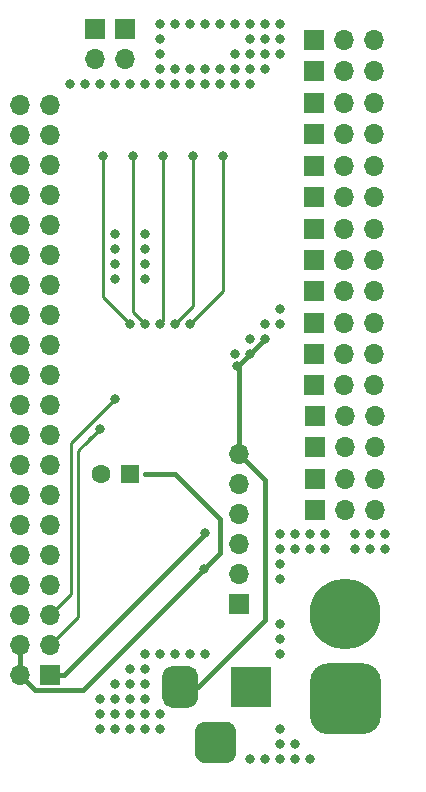
<source format=gbl>
%TF.GenerationSoftware,KiCad,Pcbnew,(5.1.6)-1*%
%TF.CreationDate,2020-06-14T06:25:32-07:00*%
%TF.ProjectId,pcb,7063622e-6b69-4636-9164-5f7063625858,rev?*%
%TF.SameCoordinates,Original*%
%TF.FileFunction,Copper,L2,Bot*%
%TF.FilePolarity,Positive*%
%FSLAX46Y46*%
G04 Gerber Fmt 4.6, Leading zero omitted, Abs format (unit mm)*
G04 Created by KiCad (PCBNEW (5.1.6)-1) date 2020-06-14 06:25:32*
%MOMM*%
%LPD*%
G01*
G04 APERTURE LIST*
%TA.AperFunction,ComponentPad*%
%ADD10R,1.700000X1.700000*%
%TD*%
%TA.AperFunction,ComponentPad*%
%ADD11O,1.700000X1.700000*%
%TD*%
%TA.AperFunction,ComponentPad*%
%ADD12R,3.500000X3.500000*%
%TD*%
%TA.AperFunction,ComponentPad*%
%ADD13R,1.600000X1.600000*%
%TD*%
%TA.AperFunction,ComponentPad*%
%ADD14C,1.600000*%
%TD*%
%TA.AperFunction,ComponentPad*%
%ADD15C,6.000000*%
%TD*%
%TA.AperFunction,ViaPad*%
%ADD16C,0.800000*%
%TD*%
%TA.AperFunction,Conductor*%
%ADD17C,0.400000*%
%TD*%
%TA.AperFunction,Conductor*%
%ADD18C,0.250000*%
%TD*%
G04 APERTURE END LIST*
D10*
%TO.P,pi1,1*%
%TO.N,+3V3*%
X105000000Y-125000000D03*
D11*
%TO.P,pi1,2*%
%TO.N,+5V*%
X102460000Y-125000000D03*
%TO.P,pi1,3*%
%TO.N,/SDA*%
X105000000Y-122460000D03*
%TO.P,pi1,4*%
%TO.N,+5V*%
X102460000Y-122460000D03*
%TO.P,pi1,5*%
%TO.N,/SCL*%
X105000000Y-119920000D03*
%TO.P,pi1,6*%
%TO.N,GND*%
X102460000Y-119920000D03*
%TO.P,pi1,7*%
%TO.N,Net-(pi1-Pad7)*%
X105000000Y-117380000D03*
%TO.P,pi1,8*%
%TO.N,Net-(pi1-Pad8)*%
X102460000Y-117380000D03*
%TO.P,pi1,9*%
%TO.N,GND*%
X105000000Y-114840000D03*
%TO.P,pi1,10*%
%TO.N,Net-(pi1-Pad10)*%
X102460000Y-114840000D03*
%TO.P,pi1,11*%
%TO.N,Net-(pi1-Pad11)*%
X105000000Y-112300000D03*
%TO.P,pi1,12*%
%TO.N,Net-(pi1-Pad12)*%
X102460000Y-112300000D03*
%TO.P,pi1,13*%
%TO.N,Net-(pi1-Pad13)*%
X105000000Y-109760000D03*
%TO.P,pi1,14*%
%TO.N,GND*%
X102460000Y-109760000D03*
%TO.P,pi1,15*%
%TO.N,Net-(pi1-Pad15)*%
X105000000Y-107220000D03*
%TO.P,pi1,16*%
%TO.N,Net-(pi1-Pad16)*%
X102460000Y-107220000D03*
%TO.P,pi1,17*%
%TO.N,+3V3*%
X105000000Y-104680000D03*
%TO.P,pi1,18*%
%TO.N,Net-(pi1-Pad18)*%
X102460000Y-104680000D03*
%TO.P,pi1,19*%
%TO.N,Net-(pi1-Pad19)*%
X105000000Y-102140000D03*
%TO.P,pi1,20*%
%TO.N,GND*%
X102460000Y-102140000D03*
%TO.P,pi1,21*%
%TO.N,Net-(pi1-Pad21)*%
X105000000Y-99600000D03*
%TO.P,pi1,22*%
%TO.N,Net-(pi1-Pad22)*%
X102460000Y-99600000D03*
%TO.P,pi1,23*%
%TO.N,Net-(pi1-Pad23)*%
X105000000Y-97060000D03*
%TO.P,pi1,24*%
%TO.N,Net-(pi1-Pad24)*%
X102460000Y-97060000D03*
%TO.P,pi1,25*%
%TO.N,GND*%
X105000000Y-94520000D03*
%TO.P,pi1,26*%
%TO.N,Net-(pi1-Pad26)*%
X102460000Y-94520000D03*
%TO.P,pi1,27*%
%TO.N,Net-(pi1-Pad27)*%
X105000000Y-91980000D03*
%TO.P,pi1,28*%
%TO.N,Net-(pi1-Pad28)*%
X102460000Y-91980000D03*
%TO.P,pi1,29*%
%TO.N,Net-(pi1-Pad29)*%
X105000000Y-89440000D03*
%TO.P,pi1,30*%
%TO.N,GND*%
X102460000Y-89440000D03*
%TO.P,pi1,31*%
%TO.N,Net-(pi1-Pad31)*%
X105000000Y-86900000D03*
%TO.P,pi1,32*%
%TO.N,Net-(pi1-Pad32)*%
X102460000Y-86900000D03*
%TO.P,pi1,33*%
%TO.N,Net-(pi1-Pad33)*%
X105000000Y-84360000D03*
%TO.P,pi1,34*%
%TO.N,GND*%
X102460000Y-84360000D03*
%TO.P,pi1,35*%
%TO.N,Net-(pi1-Pad35)*%
X105000000Y-81820000D03*
%TO.P,pi1,36*%
%TO.N,Net-(pi1-Pad36)*%
X102460000Y-81820000D03*
%TO.P,pi1,37*%
%TO.N,Net-(pi1-Pad37)*%
X105000000Y-79280000D03*
%TO.P,pi1,38*%
%TO.N,Net-(pi1-Pad38)*%
X102460000Y-79280000D03*
%TO.P,pi1,39*%
%TO.N,GND*%
X105000000Y-76740000D03*
%TO.P,pi1,40*%
%TO.N,Net-(pi1-Pad40)*%
X102460000Y-76740000D03*
%TD*%
D10*
%TO.P,J3,1*%
%TO.N,/S3*%
X127381000Y-103075740D03*
D11*
%TO.P,J3,2*%
%TO.N,VDD*%
X129921000Y-103075740D03*
%TO.P,J3,3*%
%TO.N,GND*%
X132461000Y-103075740D03*
%TD*%
D10*
%TO.P,J0,1*%
%TO.N,/S0*%
X127393700Y-111028480D03*
D11*
%TO.P,J0,2*%
%TO.N,VDD*%
X129933700Y-111028480D03*
%TO.P,J0,3*%
%TO.N,GND*%
X132473700Y-111028480D03*
%TD*%
D10*
%TO.P,J15,1*%
%TO.N,/S15*%
X127345440Y-71198740D03*
D11*
%TO.P,J15,2*%
%TO.N,VDD*%
X129885440Y-71198740D03*
%TO.P,J15,3*%
%TO.N,GND*%
X132425440Y-71198740D03*
%TD*%
D10*
%TO.P,J14,1*%
%TO.N,/S14*%
X127345440Y-73873360D03*
D11*
%TO.P,J14,2*%
%TO.N,VDD*%
X129885440Y-73873360D03*
%TO.P,J14,3*%
%TO.N,GND*%
X132425440Y-73873360D03*
%TD*%
D10*
%TO.P,J13,1*%
%TO.N,/S13*%
X127345440Y-76540360D03*
D11*
%TO.P,J13,2*%
%TO.N,VDD*%
X129885440Y-76540360D03*
%TO.P,J13,3*%
%TO.N,GND*%
X132425440Y-76540360D03*
%TD*%
D10*
%TO.P,J12,1*%
%TO.N,/S12*%
X127345440Y-79220060D03*
D11*
%TO.P,J12,2*%
%TO.N,VDD*%
X129885440Y-79220060D03*
%TO.P,J12,3*%
%TO.N,GND*%
X132425440Y-79220060D03*
%TD*%
%TO.P,J17,3*%
%TO.N,N/C*%
%TA.AperFunction,ComponentPad*%
G36*
G01*
X117250000Y-131575000D02*
X117250000Y-129825000D01*
G75*
G02*
X118125000Y-128950000I875000J0D01*
G01*
X119875000Y-128950000D01*
G75*
G02*
X120750000Y-129825000I0J-875000D01*
G01*
X120750000Y-131575000D01*
G75*
G02*
X119875000Y-132450000I-875000J0D01*
G01*
X118125000Y-132450000D01*
G75*
G02*
X117250000Y-131575000I0J875000D01*
G01*
G37*
%TD.AperFunction*%
%TO.P,J17,2*%
%TO.N,GND*%
%TA.AperFunction,ComponentPad*%
G36*
G01*
X114500000Y-127000000D02*
X114500000Y-125000000D01*
G75*
G02*
X115250000Y-124250000I750000J0D01*
G01*
X116750000Y-124250000D01*
G75*
G02*
X117500000Y-125000000I0J-750000D01*
G01*
X117500000Y-127000000D01*
G75*
G02*
X116750000Y-127750000I-750000J0D01*
G01*
X115250000Y-127750000D01*
G75*
G02*
X114500000Y-127000000I0J750000D01*
G01*
G37*
%TD.AperFunction*%
D12*
%TO.P,J17,1*%
%TO.N,VDD*%
X122000000Y-126000000D03*
%TD*%
D13*
%TO.P,C1,1*%
%TO.N,+5V*%
X111760000Y-107950000D03*
D14*
%TO.P,C1,2*%
%TO.N,GND*%
X109260000Y-107950000D03*
%TD*%
D11*
%TO.P,J1,3*%
%TO.N,GND*%
X132473700Y-108381800D03*
%TO.P,J1,2*%
%TO.N,VDD*%
X129933700Y-108381800D03*
D10*
%TO.P,J1,1*%
%TO.N,/S1*%
X127393700Y-108381800D03*
%TD*%
D11*
%TO.P,J2,3*%
%TO.N,GND*%
X132461000Y-105722420D03*
%TO.P,J2,2*%
%TO.N,VDD*%
X129921000Y-105722420D03*
D10*
%TO.P,J2,1*%
%TO.N,/S2*%
X127381000Y-105722420D03*
%TD*%
%TO.P,J4,1*%
%TO.N,/S4*%
X127370840Y-100451920D03*
D11*
%TO.P,J4,2*%
%TO.N,VDD*%
X129910840Y-100451920D03*
%TO.P,J4,3*%
%TO.N,GND*%
X132450840Y-100451920D03*
%TD*%
%TO.P,J5,3*%
%TO.N,GND*%
X132450840Y-97792540D03*
%TO.P,J5,2*%
%TO.N,VDD*%
X129910840Y-97792540D03*
D10*
%TO.P,J5,1*%
%TO.N,/S5*%
X127370840Y-97792540D03*
%TD*%
D11*
%TO.P,J6,3*%
%TO.N,GND*%
X132450840Y-95148400D03*
%TO.P,J6,2*%
%TO.N,VDD*%
X129910840Y-95148400D03*
D10*
%TO.P,J6,1*%
%TO.N,/S6*%
X127370840Y-95148400D03*
%TD*%
D11*
%TO.P,J7,3*%
%TO.N,GND*%
X132440680Y-92489020D03*
%TO.P,J7,2*%
%TO.N,VDD*%
X129900680Y-92489020D03*
D10*
%TO.P,J7,1*%
%TO.N,/S7*%
X127360680Y-92489020D03*
%TD*%
%TO.P,J8,1*%
%TO.N,/S8*%
X127360680Y-89842340D03*
D11*
%TO.P,J8,2*%
%TO.N,VDD*%
X129900680Y-89842340D03*
%TO.P,J8,3*%
%TO.N,GND*%
X132440680Y-89842340D03*
%TD*%
D10*
%TO.P,J9,1*%
%TO.N,/S9*%
X127360680Y-87195660D03*
D11*
%TO.P,J9,2*%
%TO.N,VDD*%
X129900680Y-87195660D03*
%TO.P,J9,3*%
%TO.N,GND*%
X132440680Y-87195660D03*
%TD*%
D10*
%TO.P,J10,1*%
%TO.N,/S10*%
X127370840Y-84548980D03*
D11*
%TO.P,J10,2*%
%TO.N,VDD*%
X129910840Y-84548980D03*
%TO.P,J10,3*%
%TO.N,GND*%
X132450840Y-84548980D03*
%TD*%
%TO.P,J11,3*%
%TO.N,GND*%
X132427980Y-81904840D03*
%TO.P,J11,2*%
%TO.N,VDD*%
X129887980Y-81904840D03*
D10*
%TO.P,J11,1*%
%TO.N,/S11*%
X127347980Y-81904840D03*
%TD*%
D15*
%TO.P,J20,2*%
%TO.N,VDD*%
X130000000Y-119800000D03*
%TO.P,J20,1*%
%TO.N,GND*%
%TA.AperFunction,ComponentPad*%
G36*
G01*
X131500000Y-130000000D02*
X128500000Y-130000000D01*
G75*
G02*
X127000000Y-128500000I0J1500000D01*
G01*
X127000000Y-125500000D01*
G75*
G02*
X128500000Y-124000000I1500000J0D01*
G01*
X131500000Y-124000000D01*
G75*
G02*
X133000000Y-125500000I0J-1500000D01*
G01*
X133000000Y-128500000D01*
G75*
G02*
X131500000Y-130000000I-1500000J0D01*
G01*
G37*
%TD.AperFunction*%
%TD*%
D10*
%TO.P,J16,1*%
%TO.N,VDD*%
X121000000Y-119000000D03*
D11*
%TO.P,J16,2*%
%TO.N,+5V*%
X121000000Y-116460000D03*
%TO.P,J16,3*%
%TO.N,+3V3*%
X121000000Y-113920000D03*
%TO.P,J16,4*%
%TO.N,/SDA*%
X121000000Y-111380000D03*
%TO.P,J16,5*%
%TO.N,/SCL*%
X121000000Y-108840000D03*
%TO.P,J16,6*%
%TO.N,GND*%
X121000000Y-106300000D03*
%TD*%
D10*
%TO.P,J_POE0,1*%
%TO.N,Net-(J_POE0-Pad1)*%
X111300000Y-70310000D03*
D11*
%TO.P,J_POE0,2*%
%TO.N,Net-(J_POE0-Pad2)*%
X111300000Y-72850000D03*
%TD*%
%TO.P,J_POE2,2*%
%TO.N,Net-(J_POE2-Pad2)*%
X108760000Y-72850000D03*
D10*
%TO.P,J_POE2,1*%
%TO.N,Net-(J_POE2-Pad1)*%
X108760000Y-70310000D03*
%TD*%
D16*
%TO.N,*%
X114300000Y-128270000D03*
X130810000Y-113030000D03*
X130810000Y-114300000D03*
%TO.N,GND*%
X123190000Y-96520000D03*
X114300000Y-69850000D03*
X116840000Y-69850000D03*
X119380000Y-69850000D03*
X121920000Y-69850000D03*
X124460000Y-69850000D03*
X124460000Y-71120000D03*
X121920000Y-71120000D03*
X114300000Y-71120000D03*
X114300000Y-72390000D03*
X114300000Y-73660000D03*
X114300000Y-74930000D03*
X116840000Y-73660000D03*
X116840000Y-74930000D03*
X119380000Y-73660000D03*
X119380000Y-74930000D03*
X121920000Y-72390000D03*
X121920000Y-73660000D03*
X121920000Y-74930000D03*
X113030000Y-74930000D03*
X111760000Y-74930000D03*
X110490000Y-74930000D03*
X109220000Y-74930000D03*
X107950000Y-74930000D03*
X106680000Y-74930000D03*
X115570000Y-74930000D03*
X118110000Y-74930000D03*
X120650000Y-74930000D03*
X120650000Y-73660000D03*
X120650000Y-72390000D03*
X120650000Y-69850000D03*
X118110000Y-69850000D03*
X118110000Y-73660000D03*
X115570000Y-69850000D03*
X115570000Y-73660000D03*
X123190000Y-69850000D03*
X123190000Y-71120000D03*
X123190000Y-72390000D03*
X123190000Y-73660000D03*
X124460000Y-72390000D03*
X110490000Y-87630000D03*
X110490000Y-88900000D03*
X110490000Y-90170000D03*
X110490000Y-91440000D03*
X113030000Y-87630000D03*
X113030000Y-88900000D03*
X113030000Y-90170000D03*
X113030000Y-91440000D03*
X118110000Y-123190000D03*
X116840000Y-123190000D03*
X115570000Y-123190000D03*
X114300000Y-123190000D03*
X113030000Y-123190000D03*
X113030000Y-124460000D03*
X111760000Y-124460000D03*
X110490000Y-125730000D03*
X109220000Y-127000000D03*
X109220000Y-128270000D03*
X109220000Y-129540000D03*
X110490000Y-129540000D03*
X110490000Y-128270000D03*
X110490000Y-127000000D03*
X111760000Y-125730000D03*
X111760000Y-127000000D03*
X111760000Y-128270000D03*
X111760000Y-129540000D03*
X113030000Y-129540000D03*
X113030000Y-128270000D03*
X113030000Y-127000000D03*
X113030000Y-125730000D03*
X114300000Y-129540000D03*
X124460000Y-113030000D03*
X125730000Y-113030000D03*
X127000000Y-113030000D03*
X128270000Y-113030000D03*
X132080000Y-113030000D03*
X133350000Y-113030000D03*
X133350000Y-114300000D03*
X132080000Y-114300000D03*
X128270000Y-114300000D03*
X127000000Y-114300000D03*
X125730000Y-114300000D03*
X124460000Y-114300000D03*
X124460000Y-115570000D03*
X124460000Y-116840000D03*
X124460000Y-120650000D03*
X124460000Y-121920000D03*
X124460000Y-123190000D03*
X124460000Y-129540000D03*
X124460000Y-130810000D03*
X123190000Y-132080000D03*
X124460000Y-132080000D03*
X125730000Y-132080000D03*
X127000000Y-132080000D03*
X125730000Y-130810000D03*
X121920000Y-132080000D03*
X124460000Y-95250000D03*
X124460000Y-93980000D03*
X123190000Y-95250000D03*
X121920000Y-96520000D03*
X121920000Y-97790000D03*
X120650000Y-97790000D03*
X120847500Y-98862500D03*
%TO.N,+5V*%
X118000000Y-116000000D03*
%TO.N,/SCL*%
X110490000Y-101600000D03*
%TO.N,/SDA*%
X109220000Y-104140000D03*
%TO.N,+3V3*%
X118080000Y-113000000D03*
%TO.N,/A0*%
X109490000Y-81010000D03*
X111760000Y-95250000D03*
%TO.N,/A1*%
X112030000Y-81010000D03*
X113030000Y-95250000D03*
%TO.N,/A2*%
X114570000Y-81010000D03*
X114300000Y-95250000D03*
%TO.N,/A3*%
X117110000Y-81010000D03*
X115570000Y-95250000D03*
%TO.N,/A4*%
X119650000Y-81010000D03*
X116840000Y-95250000D03*
%TD*%
D17*
%TO.N,GND*%
X116420002Y-126000000D02*
X116000000Y-126000000D01*
X120847500Y-106147500D02*
X121000000Y-106300000D01*
X121000000Y-106300000D02*
X123190000Y-108490000D01*
X117500000Y-126000000D02*
X116000000Y-126000000D01*
X123190000Y-120310000D02*
X117500000Y-126000000D01*
X123190000Y-108490000D02*
X123190000Y-120310000D01*
X121000000Y-106300000D02*
X121000000Y-98710000D01*
X121000000Y-98710000D02*
X123190000Y-96520000D01*
%TO.N,+5V*%
X102460000Y-122460000D02*
X102460000Y-125000000D01*
X107749999Y-126250001D02*
X118000000Y-116000000D01*
X103710001Y-126250001D02*
X107749999Y-126250001D01*
X102460000Y-125000000D02*
X103710001Y-126250001D01*
X119380000Y-111760000D02*
X115570000Y-107950000D01*
X118000000Y-116000000D02*
X119380000Y-114620000D01*
X115570000Y-107950000D02*
X113030000Y-107950000D01*
X119380000Y-114620000D02*
X119380000Y-111760000D01*
D18*
%TO.N,/SCL*%
X106745000Y-105345000D02*
X110490000Y-101600000D01*
X105000000Y-119920000D02*
X106745000Y-118175000D01*
X106745000Y-118175000D02*
X106745000Y-105345000D01*
%TO.N,/SDA*%
X105000000Y-122460000D02*
X107365800Y-120094200D01*
X107365800Y-120094200D02*
X107365800Y-105994200D01*
X108394500Y-104965500D02*
X108356400Y-105003600D01*
X108356400Y-105003600D02*
X109220000Y-104140000D01*
X107950000Y-105410000D02*
X108356400Y-105003600D01*
X108394500Y-104965500D02*
X109220000Y-104140000D01*
X107365800Y-105994200D02*
X108394500Y-104965500D01*
D17*
%TO.N,+3V3*%
X105000000Y-104680000D02*
X105320000Y-104680000D01*
X105000000Y-125000000D02*
X106140000Y-125000000D01*
X106140000Y-125000000D02*
X118080000Y-113060000D01*
X118080000Y-113060000D02*
X118080000Y-113000000D01*
D18*
%TO.N,/A0*%
X109490000Y-81010000D02*
X109490000Y-92980000D01*
X109490000Y-92980000D02*
X111760000Y-95250000D01*
%TO.N,/A1*%
X112030000Y-81010000D02*
X112030000Y-94250000D01*
X112030000Y-94250000D02*
X113030000Y-95250000D01*
%TO.N,/A2*%
X114570000Y-81010000D02*
X114570000Y-94980000D01*
X114570000Y-94980000D02*
X114300000Y-95250000D01*
%TO.N,/A3*%
X117110000Y-81010000D02*
X117110000Y-93710000D01*
X117110000Y-93710000D02*
X115570000Y-95250000D01*
%TO.N,/A4*%
X119650000Y-81010000D02*
X119650000Y-92440000D01*
X119650000Y-92440000D02*
X116840000Y-95250000D01*
%TD*%
M02*

</source>
